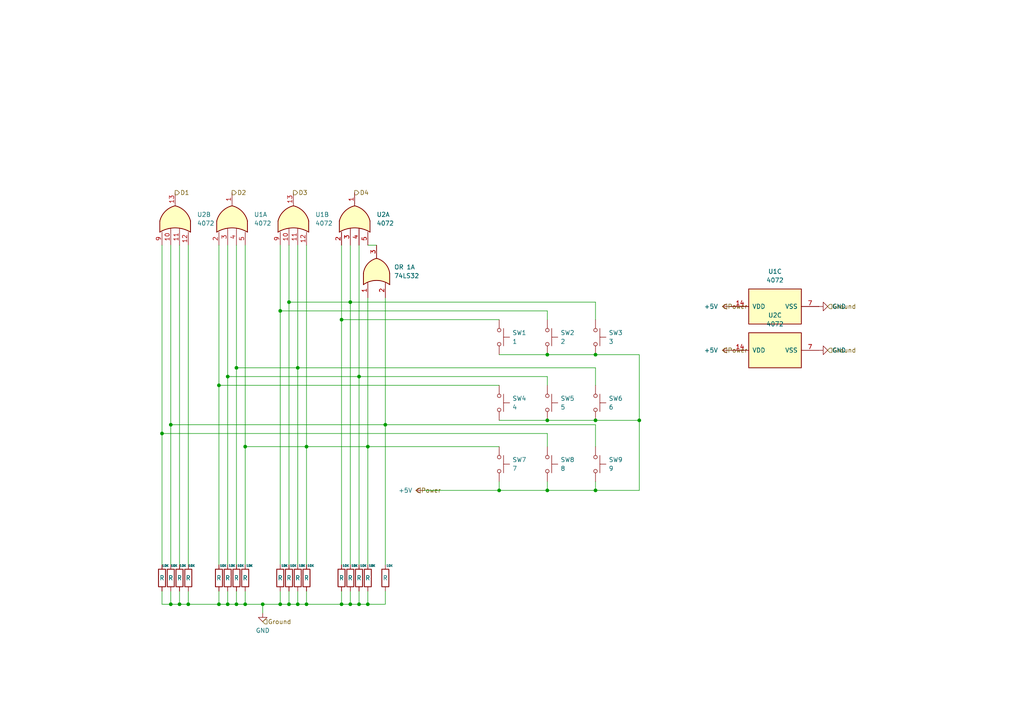
<source format=kicad_sch>
(kicad_sch (version 20250114) (generator "eeschema") (generator_version "9.0")
  (paper "A4")
  (lib_symbols
    (symbol "4xxx:4072" (pin_names (offset 1.016))
      (property "Reference" "U" (at 0 1.27 0))
      (property "Value" "4072" (at 0 -1.27 0))
      (symbol "4072_1_1"
        (arc (start -3.81 4.445) (mid -2.5908 0) (end -3.81 -4.445) (stroke (width 0.254)))
        (polyline (pts (xy -3.81 4.445) (xy -0.635 4.445)) (stroke (width 0.254)) (fill (type background)))
        (polyline (pts (xy -3.81 -4.445) (xy -0.635 -4.445)) (stroke (width 0.254)) (fill (type background)))
        (arc (start -0.6096 4.445) (mid 2.2198 2.8385) (end 3.81 0) (stroke (width 0.254)) (fill (type background)))
        (arc (start 3.81 0) (mid 2.224 -2.8428) (end -0.6096 -4.445) (stroke (width 0.254)) (fill (type background)))
        (polyline (pts (xy -0.635 4.445) (xy -3.81 4.445) (xy -3.81 4.445) (xy -3.6322 4.0894) (xy -3.0988 2.921) (xy -2.7686 1.6764) (xy -2.6162 0.4318) (xy -2.6416 -0.8636) (xy -2.8702 -2.1082) (xy -3.2512 -3.3274) (xy -3.81 -4.445) (xy -3.81 -4.445) (xy -0.635 -4.445)) (stroke (width -25.4)) (fill (type background)))
        (pin input line (at -7.62 3.81 0) (length 3.81) (name "~") (number "2"))
        (pin input line (at -7.62 1.27 0) (length 4.826) (name "~") (number "3"))
        (pin input line (at -7.62 -1.27 0) (length 4.826) (name "~") (number "4"))
        (pin input line (at -7.62 -3.81 0) (length 3.81) (name "~") (number "5"))
        (pin output line (at 7.62 0 180) (length 3.81) (name "~") (number "1"))
      )
      (symbol "4072_1_2"
        (arc (start -0.635 4.445) (mid 3.7907 0) (end -0.635 -4.445) (stroke (width 0.254)) (fill (type background)))
        (polyline (pts (xy -0.635 4.445) (xy -3.81 4.445) (xy -3.81 -4.445) (xy -0.635 -4.445)) (stroke (width 0.254)) (fill (type background)))
        (pin input inverted (at -7.62 3.81 0) (length 3.81) (name "~") (number "2"))
        (pin input inverted (at -7.62 1.27 0) (length 3.81) (name "~") (number "3"))
        (pin input inverted (at -7.62 -1.27 0) (length 3.81) (name "~") (number "4"))
        (pin input inverted (at -7.62 -3.81 0) (length 3.81) (name "~") (number "5"))
        (pin output inverted (at 7.62 0 180) (length 3.81) (name "~") (number "1"))
      )
      (symbol "4072_2_1"
        (arc (start -3.81 4.445) (mid -2.5908 0) (end -3.81 -4.445) (stroke (width 0.254)))
        (polyline (pts (xy -3.81 4.445) (xy -0.635 4.445)) (stroke (width 0.254)) (fill (type background)))
        (polyline (pts (xy -3.81 -4.445) (xy -0.635 -4.445)) (stroke (width 0.254)) (fill (type background)))
        (arc (start -0.6096 4.445) (mid 2.2198 2.8385) (end 3.81 0) (stroke (width 0.254)) (fill (type background)))
        (arc (start 3.81 0) (mid 2.224 -2.8428) (end -0.6096 -4.445) (stroke (width 0.254)) (fill (type background)))
        (polyline (pts (xy -0.635 4.445) (xy -3.81 4.445) (xy -3.81 4.445) (xy -3.6322 4.0894) (xy -3.0988 2.921) (xy -2.7686 1.6764) (xy -2.6162 0.4318) (xy -2.6416 -0.8636) (xy -2.8702 -2.1082) (xy -3.2512 -3.3274) (xy -3.81 -4.445) (xy -3.81 -4.445) (xy -0.635 -4.445)) (stroke (width -25.4)) (fill (type background)))
        (pin input line (at -7.62 3.81 0) (length 3.81) (name "~") (number "9"))
        (pin input line (at -7.62 1.27 0) (length 4.826) (name "~") (number "10"))
        (pin input line (at -7.62 -1.27 0) (length 4.826) (name "~") (number "11"))
        (pin input line (at -7.62 -3.81 0) (length 3.81) (name "~") (number "12"))
        (pin output line (at 7.62 0 180) (length 3.81) (name "~") (number "13"))
      )
      (symbol "4072_2_2"
        (arc (start -0.635 4.445) (mid 3.7907 0) (end -0.635 -4.445) (stroke (width 0.254)) (fill (type background)))
        (polyline (pts (xy -0.635 4.445) (xy -3.81 4.445) (xy -3.81 -4.445) (xy -0.635 -4.445)) (stroke (width 0.254)) (fill (type background)))
        (pin input inverted (at -7.62 3.81 0) (length 3.81) (name "~") (number "9"))
        (pin input inverted (at -7.62 1.27 0) (length 3.81) (name "~") (number "10"))
        (pin input inverted (at -7.62 -1.27 0) (length 3.81) (name "~") (number "11"))
        (pin input inverted (at -7.62 -3.81 0) (length 3.81) (name "~") (number "12"))
        (pin output inverted (at 7.62 0 180) (length 3.81) (name "~") (number "13"))
      )
      (symbol "4072_3_0"
        (pin power_in line (at 0 12.7 270) (length 5.08) (name "VDD") (number "14"))
        (pin power_in line (at 0 -12.7 90) (length 5.08) (name "VSS") (number "7"))
      )
      (symbol "4072_3_1"
        (rectangle (start -5.08 7.62) (end 5.08 -7.62) (stroke (width 0.254)) (fill (type background)))
      )
    )
    (symbol "74xx:74LS32" (pin_names (offset 1.016))
      (property "Reference" "U" (at 0 1.27 0))
      (property "Value" "74LS32" (at 0 -1.27 0))
      (symbol "74LS32_1_1"
        (arc (start -3.81 3.81) (mid -2.589 0) (end -3.81 -3.81) (stroke (width 0.254)))
        (polyline (pts (xy -3.81 3.81) (xy -0.635 3.81)) (stroke (width 0.254)) (fill (type background)))
        (polyline (pts (xy -3.81 -3.81) (xy -0.635 -3.81)) (stroke (width 0.254)) (fill (type background)))
        (arc (start 3.81 0) (mid 2.1855 -2.584) (end -0.6096 -3.81) (stroke (width 0.254)) (fill (type background)))
        (arc (start -0.6096 3.81) (mid 2.1928 2.5924) (end 3.81 0) (stroke (width 0.254)) (fill (type background)))
        (polyline (pts (xy -0.635 3.81) (xy -3.81 3.81) (xy -3.81 3.81) (xy -3.556 3.4036) (xy -3.0226 2.2606) (xy -2.6924 1.0414) (xy -2.6162 -0.254) (xy -2.7686 -1.4986) (xy -3.175 -2.7178) (xy -3.81 -3.81) (xy -3.81 -3.81) (xy -0.635 -3.81)) (stroke (width -25.4)) (fill (type background)))
        (pin input line (at -7.62 2.54 0) (length 4.318) (name "~") (number "1"))
        (pin input line (at -7.62 -2.54 0) (length 4.318) (name "~") (number "2"))
        (pin output line (at 7.62 0 180) (length 3.81) (name "~") (number "3"))
      )
      (symbol "74LS32_1_2"
        (arc (start 0 3.81) (mid 3.7934 0) (end 0 -3.81) (stroke (width 0.254)) (fill (type background)))
        (polyline (pts (xy 0 3.81) (xy -3.81 3.81) (xy -3.81 -3.81) (xy 0 -3.81)) (stroke (width 0.254)) (fill (type background)))
        (pin input inverted (at -7.62 2.54 0) (length 3.81) (name "~") (number "1"))
        (pin input inverted (at -7.62 -2.54 0) (length 3.81) (name "~") (number "2"))
        (pin output inverted (at 7.62 0 180) (length 3.81) (name "~") (number "3"))
      )
      (symbol "74LS32_2_1"
        (arc (start -3.81 3.81) (mid -2.589 0) (end -3.81 -3.81) (stroke (width 0.254)))
        (polyline (pts (xy -3.81 3.81) (xy -0.635 3.81)) (stroke (width 0.254)) (fill (type background)))
        (polyline (pts (xy -3.81 -3.81) (xy -0.635 -3.81)) (stroke (width 0.254)) (fill (type background)))
        (arc (start 3.81 0) (mid 2.1855 -2.584) (end -0.6096 -3.81) (stroke (width 0.254)) (fill (type background)))
        (arc (start -0.6096 3.81) (mid 2.1928 2.5924) (end 3.81 0) (stroke (width 0.254)) (fill (type background)))
        (polyline (pts (xy -0.635 3.81) (xy -3.81 3.81) (xy -3.81 3.81) (xy -3.556 3.4036) (xy -3.0226 2.2606) (xy -2.6924 1.0414) (xy -2.6162 -0.254) (xy -2.7686 -1.4986) (xy -3.175 -2.7178) (xy -3.81 -3.81) (xy -3.81 -3.81) (xy -0.635 -3.81)) (stroke (width -25.4)) (fill (type background)))
        (pin input line (at -7.62 2.54 0) (length 4.318) (name "~") (number "4"))
        (pin input line (at -7.62 -2.54 0) (length 4.318) (name "~") (number "5"))
        (pin output line (at 7.62 0 180) (length 3.81) (name "~") (number "6"))
      )
      (symbol "74LS32_2_2"
        (arc (start 0 3.81) (mid 3.7934 0) (end 0 -3.81) (stroke (width 0.254)) (fill (type background)))
        (polyline (pts (xy 0 3.81) (xy -3.81 3.81) (xy -3.81 -3.81) (xy 0 -3.81)) (stroke (width 0.254)) (fill (type background)))
        (pin input inverted (at -7.62 2.54 0) (length 3.81) (name "~") (number "4"))
        (pin input inverted (at -7.62 -2.54 0) (length 3.81) (name "~") (number "5"))
        (pin output inverted (at 7.62 0 180) (length 3.81) (name "~") (number "6"))
      )
      (symbol "74LS32_3_1"
        (arc (start -3.81 3.81) (mid -2.589 0) (end -3.81 -3.81) (stroke (width 0.254)))
        (polyline (pts (xy -3.81 3.81) (xy -0.635 3.81)) (stroke (width 0.254)) (fill (type background)))
        (polyline (pts (xy -3.81 -3.81) (xy -0.635 -3.81)) (stroke (width 0.254)) (fill (type background)))
        (arc (start 3.81 0) (mid 2.1855 -2.584) (end -0.6096 -3.81) (stroke (width 0.254)) (fill (type background)))
        (arc (start -0.6096 3.81) (mid 2.1928 2.5924) (end 3.81 0) (stroke (width 0.254)) (fill (type background)))
        (polyline (pts (xy -0.635 3.81) (xy -3.81 3.81) (xy -3.81 3.81) (xy -3.556 3.4036) (xy -3.0226 2.2606) (xy -2.6924 1.0414) (xy -2.6162 -0.254) (xy -2.7686 -1.4986) (xy -3.175 -2.7178) (xy -3.81 -3.81) (xy -3.81 -3.81) (xy -0.635 -3.81)) (stroke (width -25.4)) (fill (type background)))
        (pin input line (at -7.62 2.54 0) (length 4.318) (name "~") (number "9"))
        (pin input line (at -7.62 -2.54 0) (length 4.318) (name "~") (number "10"))
        (pin output line (at 7.62 0 180) (length 3.81) (name "~") (number "8"))
      )
      (symbol "74LS32_3_2"
        (arc (start 0 3.81) (mid 3.7934 0) (end 0 -3.81) (stroke (width 0.254)) (fill (type background)))
        (polyline (pts (xy 0 3.81) (xy -3.81 3.81) (xy -3.81 -3.81) (xy 0 -3.81)) (stroke (width 0.254)) (fill (type background)))
        (pin input inverted (at -7.62 2.54 0) (length 3.81) (name "~") (number "9"))
        (pin input inverted (at -7.62 -2.54 0) (length 3.81) (name "~") (number "10"))
        (pin output inverted (at 7.62 0 180) (length 3.81) (name "~") (number "8"))
      )
      (symbol "74LS32_4_1"
        (arc (start -3.81 3.81) (mid -2.589 0) (end -3.81 -3.81) (stroke (width 0.254)))
        (polyline (pts (xy -3.81 3.81) (xy -0.635 3.81)) (stroke (width 0.254)) (fill (type background)))
        (polyline (pts (xy -3.81 -3.81) (xy -0.635 -3.81)) (stroke (width 0.254)) (fill (type background)))
        (arc (start 3.81 0) (mid 2.1855 -2.584) (end -0.6096 -3.81) (stroke (width 0.254)) (fill (type background)))
        (arc (start -0.6096 3.81) (mid 2.1928 2.5924) (end 3.81 0) (stroke (width 0.254)) (fill (type background)))
        (polyline (pts (xy -0.635 3.81) (xy -3.81 3.81) (xy -3.81 3.81) (xy -3.556 3.4036) (xy -3.0226 2.2606) (xy -2.6924 1.0414) (xy -2.6162 -0.254) (xy -2.7686 -1.4986) (xy -3.175 -2.7178) (xy -3.81 -3.81) (xy -3.81 -3.81) (xy -0.635 -3.81)) (stroke (width -25.4)) (fill (type background)))
        (pin input line (at -7.62 2.54 0) (length 4.318) (name "~") (number "12"))
        (pin input line (at -7.62 -2.54 0) (length 4.318) (name "~") (number "13"))
        (pin output line (at 7.62 0 180) (length 3.81) (name "~") (number "11"))
      )
      (symbol "74LS32_4_2"
        (arc (start 0 3.81) (mid 3.7934 0) (end 0 -3.81) (stroke (width 0.254)) (fill (type background)))
        (polyline (pts (xy 0 3.81) (xy -3.81 3.81) (xy -3.81 -3.81) (xy 0 -3.81)) (stroke (width 0.254)) (fill (type background)))
        (pin input inverted (at -7.62 2.54 0) (length 3.81) (name "~") (number "12"))
        (pin input inverted (at -7.62 -2.54 0) (length 3.81) (name "~") (number "13"))
        (pin output inverted (at 7.62 0 180) (length 3.81) (name "~") (number "11"))
      )
      (symbol "74LS32_5_0"
        (pin power_in line (at 0 12.7 270) (length 5.08) (name "VCC") (number "14"))
        (pin power_in line (at 0 -12.7 90) (length 5.08) (name "GND") (number "7"))
      )
      (symbol "74LS32_5_1"
        (rectangle (start -5.08 7.62) (end 5.08 -7.62) (stroke (width 0.254)) (fill (type background)))
      )
    )
    (symbol "Device:R" (pin_numbers (hide yes)) (pin_names (offset 0))
      (property "Reference" "R" (at 2.032 0 90))
      (property "Value" "R" (at 0 0 90))
      (symbol "R_0_1"
        (rectangle (start -1.016 -2.54) (end 1.016 2.54) (stroke (width 0.254)))
      )
      (symbol "R_1_1"
        (pin passive line (at 0 3.81 270) (length 1.27) (name "~") (number "1"))
        (pin passive line (at 0 -3.81 90) (length 1.27) (name "~") (number "2"))
      )
    )
    (symbol "Switch:SW_Push" (pin_numbers (hide yes)) (pin_names (offset 1.016) (hide yes))
      (property "Reference" "SW" (at 1.27 2.54 0))
      (property "Value" "SW_Push" (at 0 -1.524 0))
      (symbol "SW_Push_0_1"
        (circle (center -2.032 0) (radius 0.508))
        (polyline (pts (xy 0 1.27) (xy 0 3.048)))
        (circle (center 2.032 0) (radius 0.508))
        (polyline (pts (xy 2.54 1.27) (xy -2.54 1.27)))
        (pin passive line (at -5.08 0 0) (length 2.54) (name "1") (number "1"))
        (pin passive line (at 5.08 0 180) (length 2.54) (name "2") (number "2"))
      )
    )
    (symbol "power:+5V" (power) (pin_numbers (hide yes)) (pin_names (offset 0) (hide yes))
      (property "Value" "+5V" (at 0 3.556 0))
      (symbol "+5V_0_1"
        (polyline (pts (xy -0.762 1.27) (xy 0 2.54)))
        (polyline (pts (xy 0 2.54) (xy 0.762 1.27)))
        (polyline (pts (xy 0 0) (xy 0 2.54)))
      )
      (symbol "+5V_1_1"
        (pin power_in line (at 0 0 90) (length 0) (name "~") (number "1"))
      )
    )
    (symbol "power:GND" (power) (pin_numbers (hide yes)) (pin_names (offset 0) (hide yes))
      (property "Value" "GND" (at 0 -3.81 0))
      (symbol "GND_0_1"
        (polyline (pts (xy 0 0) (xy 0 -1.27) (xy 1.27 -1.27) (xy 0 -2.54) (xy -1.27 -1.27) (xy 0 -1.27)))
      )
      (symbol "GND_1_1"
        (pin power_in line (at 0 0 270) (length 0) (name "~") (number "1"))
      )
    )
  )
  (junction (at 63.5 111.76))
  (junction (at 83.82 87.63))
  (junction (at 172.72 142.24))
  (junction (at 106.68 175.26))
  (junction (at 86.36 175.26))
  (junction (at 158.75 121.92))
  (junction (at 104.14 109.22))
  (junction (at 66.04 175.26))
  (junction (at 158.75 102.87))
  (junction (at 68.58 175.26))
  (junction (at 81.28 90.17))
  (junction (at 76.2 175.26))
  (junction (at 88.9 175.26))
  (junction (at 86.36 106.68))
  (junction (at 68.58 106.68))
  (junction (at 104.14 175.26))
  (junction (at 101.6 87.63))
  (junction (at 66.04 109.22))
  (junction (at 106.68 129.54))
  (junction (at 63.5 175.26))
  (junction (at 101.6 175.26))
  (junction (at 71.12 175.26))
  (junction (at 54.61 175.26))
  (junction (at 83.82 175.26))
  (junction (at 81.28 175.26))
  (junction (at 172.72 102.87))
  (junction (at 49.53 175.26))
  (junction (at 158.75 142.24))
  (junction (at 144.78 142.24))
  (junction (at 88.9 129.54))
  (junction (at 185.42 121.92))
  (junction (at 49.53 123.19))
  (junction (at 111.76 123.19))
  (junction (at 71.12 129.54))
  (junction (at 46.99 125.73))
  (junction (at 172.72 121.92))
  (junction (at 99.06 175.26))
  (junction (at 52.07 175.26))
  (junction (at 99.06 92.71))
  (wire (pts (xy 101.6 87.63) (xy 101.6 163.83)))
  (wire (pts (xy 88.9 129.54) (xy 106.68 129.54)))
  (wire (pts (xy 46.99 125.73) (xy 46.99 163.83)))
  (wire (pts (xy 106.68 71.12) (xy 109.22 71.12)))
  (wire (pts (xy 63.5 111.76) (xy 63.5 163.83)))
  (wire (pts (xy 81.28 90.17) (xy 158.75 90.17)))
  (wire (pts (xy 54.61 175.26) (xy 63.5 175.26)))
  (wire (pts (xy 86.36 175.26) (xy 88.9 175.26)))
  (wire (pts (xy 68.58 171.45) (xy 68.58 175.26)))
  (wire (pts (xy 144.78 139.7) (xy 144.78 142.24)))
  (wire (pts (xy 172.72 123.19) (xy 111.76 123.19)))
  (wire (pts (xy 99.06 92.71) (xy 144.78 92.71)))
  (wire (pts (xy 101.6 175.26) (xy 104.14 175.26)))
  (wire (pts (xy 172.72 111.76) (xy 172.72 106.68)))
  (wire (pts (xy 71.12 171.45) (xy 71.12 175.26)))
  (wire (pts (xy 172.72 92.71) (xy 172.72 87.63)))
  (wire (pts (xy 111.76 123.19) (xy 111.76 163.83)))
  (wire (pts (xy 83.82 87.63) (xy 83.82 163.83)))
  (wire (pts (xy 66.04 175.26) (xy 68.58 175.26)))
  (wire (pts (xy 88.9 129.54) (xy 88.9 163.83)))
  (wire (pts (xy 71.12 71.12) (xy 71.12 129.54)))
  (wire (pts (xy 158.75 102.87) (xy 172.72 102.87)))
  (wire (pts (xy 63.5 175.26) (xy 66.04 175.26)))
  (wire (pts (xy 158.75 125.73) (xy 46.99 125.73)))
  (wire (pts (xy 52.07 175.26) (xy 54.61 175.26)))
  (wire (pts (xy 99.06 71.12) (xy 99.06 92.71)))
  (wire (pts (xy 86.36 171.45) (xy 86.36 175.26)))
  (wire (pts (xy 68.58 106.68) (xy 86.36 106.68)))
  (wire (pts (xy 144.78 142.24) (xy 123.19 142.24)))
  (wire (pts (xy 63.5 111.76) (xy 144.78 111.76)))
  (wire (pts (xy 86.36 71.12) (xy 86.36 106.68)))
  (wire (pts (xy 185.42 142.24) (xy 172.72 142.24)))
  (wire (pts (xy 68.58 175.26) (xy 71.12 175.26)))
  (wire (pts (xy 106.68 86.36) (xy 106.68 129.54)))
  (wire (pts (xy 172.72 102.87) (xy 185.42 102.87)))
  (wire (pts (xy 88.9 175.26) (xy 99.06 175.26)))
  (wire (pts (xy 68.58 71.12) (xy 68.58 106.68)))
  (wire (pts (xy 106.68 129.54) (xy 106.68 163.83)))
  (wire (pts (xy 63.5 171.45) (xy 63.5 175.26)))
  (wire (pts (xy 104.14 71.12) (xy 104.14 109.22)))
  (wire (pts (xy 101.6 171.45) (xy 101.6 175.26)))
  (wire (pts (xy 172.72 142.24) (xy 158.75 142.24)))
  (wire (pts (xy 104.14 109.22) (xy 158.75 109.22)))
  (wire (pts (xy 106.68 175.26) (xy 106.68 171.45)))
  (wire (pts (xy 83.82 175.26) (xy 86.36 175.26)))
  (wire (pts (xy 172.72 121.92) (xy 185.42 121.92)))
  (wire (pts (xy 104.14 175.26) (xy 106.68 175.26)))
  (wire (pts (xy 88.9 171.45) (xy 88.9 175.26)))
  (wire (pts (xy 158.75 92.71) (xy 158.75 90.17)))
  (wire (pts (xy 81.28 171.45) (xy 81.28 175.26)))
  (wire (pts (xy 81.28 175.26) (xy 83.82 175.26)))
  (wire (pts (xy 99.06 92.71) (xy 99.06 163.83)))
  (wire (pts (xy 99.06 171.45) (xy 99.06 175.26)))
  (wire (pts (xy 144.78 121.92) (xy 158.75 121.92)))
  (wire (pts (xy 49.53 123.19) (xy 111.76 123.19)))
  (wire (pts (xy 76.2 175.26) (xy 76.2 177.8)))
  (wire (pts (xy 185.42 102.87) (xy 185.42 121.92)))
  (wire (pts (xy 111.76 175.26) (xy 106.68 175.26)))
  (wire (pts (xy 172.72 139.7) (xy 172.72 142.24)))
  (wire (pts (xy 83.82 87.63) (xy 101.6 87.63)))
  (wire (pts (xy 88.9 71.12) (xy 88.9 129.54)))
  (wire (pts (xy 68.58 106.68) (xy 68.58 163.83)))
  (wire (pts (xy 66.04 109.22) (xy 66.04 163.83)))
  (wire (pts (xy 71.12 175.26) (xy 76.2 175.26)))
  (wire (pts (xy 49.53 171.45) (xy 49.53 175.26)))
  (wire (pts (xy 66.04 171.45) (xy 66.04 175.26)))
  (wire (pts (xy 71.12 129.54) (xy 88.9 129.54)))
  (wire (pts (xy 111.76 171.45) (xy 111.76 175.26)))
  (wire (pts (xy 86.36 106.68) (xy 172.72 106.68)))
  (wire (pts (xy 158.75 129.54) (xy 158.75 125.73)))
  (wire (pts (xy 104.14 171.45) (xy 104.14 175.26)))
  (wire (pts (xy 158.75 142.24) (xy 144.78 142.24)))
  (wire (pts (xy 52.07 71.12) (xy 52.07 163.83)))
  (wire (pts (xy 185.42 121.92) (xy 185.42 142.24)))
  (wire (pts (xy 111.76 86.36) (xy 111.76 123.19)))
  (wire (pts (xy 158.75 139.7) (xy 158.75 142.24)))
  (wire (pts (xy 81.28 71.12) (xy 81.28 90.17)))
  (wire (pts (xy 76.2 175.26) (xy 81.28 175.26)))
  (wire (pts (xy 81.28 90.17) (xy 81.28 163.83)))
  (wire (pts (xy 106.68 129.54) (xy 144.78 129.54)))
  (wire (pts (xy 172.72 129.54) (xy 172.72 123.19)))
  (wire (pts (xy 63.5 71.12) (xy 63.5 111.76)))
  (wire (pts (xy 54.61 71.12) (xy 54.61 163.83)))
  (wire (pts (xy 101.6 71.12) (xy 101.6 87.63)))
  (wire (pts (xy 71.12 129.54) (xy 71.12 163.83)))
  (wire (pts (xy 46.99 175.26) (xy 49.53 175.26)))
  (wire (pts (xy 66.04 71.12) (xy 66.04 109.22)))
  (wire (pts (xy 46.99 71.12) (xy 46.99 125.73)))
  (wire (pts (xy 86.36 106.68) (xy 86.36 163.83)))
  (wire (pts (xy 83.82 71.12) (xy 83.82 87.63)))
  (wire (pts (xy 101.6 87.63) (xy 172.72 87.63)))
  (wire (pts (xy 104.14 109.22) (xy 104.14 163.83)))
  (wire (pts (xy 52.07 171.45) (xy 52.07 175.26)))
  (wire (pts (xy 99.06 175.26) (xy 101.6 175.26)))
  (wire (pts (xy 158.75 111.76) (xy 158.75 109.22)))
  (wire (pts (xy 144.78 102.87) (xy 158.75 102.87)))
  (wire (pts (xy 46.99 171.45) (xy 46.99 175.26)))
  (wire (pts (xy 49.53 71.12) (xy 49.53 123.19)))
  (wire (pts (xy 83.82 171.45) (xy 83.82 175.26)))
  (wire (pts (xy 54.61 171.45) (xy 54.61 175.26)))
  (wire (pts (xy 158.75 121.92) (xy 172.72 121.92)))
  (wire (pts (xy 49.53 123.19) (xy 49.53 163.83)))
  (wire (pts (xy 49.53 175.26) (xy 52.07 175.26)))
  (wire (pts (xy 66.04 109.22) (xy 104.14 109.22)))
  (hierarchical_label "D1" (shape output) (at 50.8 55.88 0))
  (hierarchical_label "Ground" (shape input) (at 240.03 88.9 0))
  (hierarchical_label "Power" (shape input) (at 209.55 88.9 0))
  (hierarchical_label "Power" (shape input) (at 209.55 101.6 0))
  (hierarchical_label "D3" (shape output) (at 85.09 55.88 0))
  (hierarchical_label "Power" (shape input) (at 120.65 142.24 0))
  (hierarchical_label "D2" (shape output) (at 67.31 55.88 0))
  (hierarchical_label "D4" (shape output) (at 102.87 55.88 0))
  (hierarchical_label "Ground" (shape input) (at 76.2 180.34 0))
  (hierarchical_label "Ground" (shape input) (at 240.03 101.6 0))
  (symbol (lib_id "Switch:SW_Push") (at 172.72 97.79 270) (unit 1)
    (property "Reference" "SW3" (at 176.53 96.5199 90) (effects (justify left)))
    (property "Value" "3" (at 176.53 99.0599 90) (effects (justify left)))
    (property "Description" "Push button switch, generic, two pins" (effects (hide yes)))
  )
  (symbol (lib_id "4xxx:4072") (at 50.8 63.5 90) (unit 2)
    (property "Reference" "U2" (at 57.15 62.2299 90) (effects (justify right)))
    (property "Value" "4072" (at 57.15 64.7699 90) (effects (justify right)))
    (property "Datasheet" "http://www.intersil.com/content/dam/Intersil/documents/cd40/cd4071bms-72bms-75bms.pdf" (effects (hide yes)))
    (property "Description" "Dual 4 input OR gate" (effects (hide yes)))
  )
  (symbol (lib_id "Device:R") (at 99.06 167.64 0) (unit 1)
    (property "Reference" "10K" (at 99.314 164.084 0) (effects (font (size 0.635 0.635)) (justify left)))
    (property "Value" "R" (at 98.298 167.64 0) (effects (justify left)))
    (property "Description" "Resistor" (effects (hide yes)))
  )
  (symbol (lib_id "4xxx:4072") (at 224.79 88.9 90) (unit 3)
    (property "Reference" "U1" (at 224.79 78.74 90))
    (property "Value" "4072" (at 224.79 81.28 90))
    (property "Datasheet" "http://www.intersil.com/content/dam/Intersil/documents/cd40/cd4071bms-72bms-75bms.pdf" (effects (hide yes)))
    (property "Description" "Dual 4 input OR gate" (effects (hide yes)))
  )
  (symbol (lib_id "Switch:SW_Push") (at 158.75 97.79 270) (unit 1)
    (property "Reference" "SW2" (at 162.56 96.5199 90) (effects (justify left)))
    (property "Value" "2" (at 162.56 99.0599 90) (effects (justify left)))
    (property "Description" "Push button switch, generic, two pins" (effects (hide yes)))
  )
  (symbol (lib_id "Device:R") (at 63.5 167.64 0) (unit 1)
    (property "Reference" "10K" (at 63.754 164.084 0) (effects (font (size 0.635 0.635)) (justify left)))
    (property "Value" "R" (at 62.738 167.64 0) (effects (justify left)))
    (property "Description" "Resistor" (effects (hide yes)))
  )
  (symbol (lib_id "Switch:SW_Push") (at 172.72 116.84 270) (mirror x) (unit 1)
    (property "Reference" "SW6" (at 176.53 115.5699 90) (effects (justify left)))
    (property "Value" "6" (at 176.53 118.1099 90) (effects (justify left)))
    (property "Description" "Push button switch, generic, two pins" (effects (hide yes)))
  )
  (symbol (lib_id "4xxx:4072") (at 67.31 63.5 90) (unit 1)
    (property "Reference" "U1" (at 73.66 62.2299 90) (effects (justify right)))
    (property "Value" "4072" (at 73.66 64.7699 90) (effects (justify right)))
    (property "Datasheet" "http://www.intersil.com/content/dam/Intersil/documents/cd40/cd4071bms-72bms-75bms.pdf" (effects (hide yes)))
    (property "Description" "Dual 4 input OR gate" (effects (hide yes)))
  )
  (symbol (lib_id "Switch:SW_Push") (at 144.78 97.79 270) (unit 1)
    (property "Reference" "SW1" (at 148.59 96.5199 90) (effects (justify left)))
    (property "Value" "1" (at 148.59 99.0599 90) (effects (justify left)))
    (property "Description" "Push button switch, generic, two pins" (effects (hide yes)))
  )
  (symbol (lib_id "Device:R") (at 52.07 167.64 0) (unit 1)
    (property "Reference" "10K" (at 52.07 164.084 0) (effects (font (size 0.635 0.635)) (justify left)))
    (property "Value" "R" (at 51.308 167.64 0) (effects (justify left)))
    (property "Description" "Resistor" (effects (hide yes)))
  )
  (symbol (lib_id "power:+5V") (at 212.09 101.6 90) (unit 1)
    (property "Reference" "#PWR04" (effects (hide yes)))
    (property "Value" "+5V" (at 208.28 101.5999 90) (effects (justify left)))
    (property "Description" "Power symbol creates a global label with name \"+5V\"" (effects (hide yes)))
  )
  (symbol (lib_id "Switch:SW_Push") (at 144.78 116.84 270) (unit 1)
    (property "Reference" "SW4" (at 148.59 115.5699 90) (effects (justify left)))
    (property "Value" "4" (at 148.59 118.1099 90) (effects (justify left)))
    (property "Description" "Push button switch, generic, two pins" (effects (hide yes)))
  )
  (symbol (lib_id "power:+5V") (at 212.09 88.9 90) (unit 1)
    (property "Reference" "#PWR03" (effects (hide yes)))
    (property "Value" "+5V" (at 208.28 88.8999 90) (effects (justify left)))
    (property "Description" "Power symbol creates a global label with name \"+5V\"" (effects (hide yes)))
  )
  (symbol (lib_id "Device:R") (at 49.53 167.64 0) (unit 1)
    (property "Reference" "10K" (at 49.53 164.084 0) (effects (font (size 0.635 0.635)) (justify left)))
    (property "Value" "R" (at 48.768 167.64 0) (effects (justify left)))
    (property "Description" "Resistor" (effects (hide yes)))
  )
  (symbol (lib_id "Device:R") (at 101.6 167.64 0) (unit 1)
    (property "Reference" "10K" (at 101.854 164.084 0) (effects (font (size 0.635 0.635)) (justify left)))
    (property "Value" "R" (at 100.838 167.64 0) (effects (justify left)))
    (property "Description" "Resistor" (effects (hide yes)))
  )
  (symbol (lib_id "power:+5V") (at 123.19 142.24 90) (unit 1)
    (property "Reference" "#PWR01" (effects (hide yes)))
    (property "Value" "+5V" (at 119.634 142.24 90) (effects (justify left)))
    (property "Description" "Power symbol creates a global label with name \"+5V\"" (effects (hide yes)))
  )
  (symbol (lib_id "Switch:SW_Push") (at 158.75 116.84 270) (unit 1)
    (property "Reference" "SW5" (at 162.56 115.5699 90) (effects (justify left)))
    (property "Value" "5" (at 162.56 118.1099 90) (effects (justify left)))
    (property "Description" "Push button switch, generic, two pins" (effects (hide yes)))
  )
  (symbol (lib_id "Device:R") (at 66.04 167.64 0) (unit 1)
    (property "Reference" "10K" (at 66.294 164.084 0) (effects (font (size 0.635 0.635)) (justify left)))
    (property "Value" "R" (at 65.278 167.64 0) (effects (justify left)))
    (property "Description" "Resistor" (effects (hide yes)))
  )
  (symbol (lib_id "4xxx:4072") (at 85.09 63.5 90) (unit 2)
    (property "Reference" "U1" (at 91.44 62.2299 90) (effects (justify right)))
    (property "Value" "4072" (at 91.44 64.7699 90) (effects (justify right)))
    (property "Datasheet" "http://www.intersil.com/content/dam/Intersil/documents/cd40/cd4071bms-72bms-75bms.pdf" (effects (hide yes)))
    (property "Description" "Dual 4 input OR gate" (effects (hide yes)))
  )
  (symbol (lib_id "power:GND") (at 76.2 177.8 0) (unit 1)
    (property "Reference" "#PWR02" (effects (hide yes)))
    (property "Value" "GND" (at 76.2 182.88 0))
    (property "Description" "Power symbol creates a global label with name \"GND\" , ground" (effects (hide yes)))
  )
  (symbol (lib_id "Device:R") (at 106.68 167.64 0) (unit 1)
    (property "Reference" "10K" (at 106.934 164.084 0) (effects (font (size 0.635 0.635)) (justify left)))
    (property "Value" "R" (at 105.918 167.64 0) (effects (justify left)))
    (property "Description" "Resistor" (effects (hide yes)))
  )
  (symbol (lib_id "Device:R") (at 88.9 167.64 0) (unit 1)
    (property "Reference" "10K" (at 89.154 164.084 0) (effects (font (size 0.635 0.635)) (justify left)))
    (property "Value" "R" (at 88.138 167.64 0) (effects (justify left)))
    (property "Description" "Resistor" (effects (hide yes)))
  )
  (symbol (lib_id "Switch:SW_Push") (at 158.75 134.62 270) (mirror x) (unit 1)
    (property "Reference" "SW8" (at 162.56 133.3499 90) (effects (justify left)))
    (property "Value" "8" (at 162.56 135.8899 90) (effects (justify left)))
    (property "Description" "Push button switch, generic, two pins" (effects (hide yes)))
  )
  (symbol (lib_id "Switch:SW_Push") (at 144.78 134.62 270) (mirror x) (unit 1)
    (property "Reference" "SW7" (at 148.59 133.3499 90) (effects (justify left)))
    (property "Value" "7" (at 148.59 135.8899 90) (effects (justify left)))
    (property "Description" "Push button switch, generic, two pins" (effects (hide yes)))
  )
  (symbol (lib_id "4xxx:4072") (at 224.79 101.6 90) (unit 3)
    (property "Reference" "U2" (at 224.79 91.44 90))
    (property "Value" "4072" (at 224.79 93.98 90))
    (property "Datasheet" "http://www.intersil.com/content/dam/Intersil/documents/cd40/cd4071bms-72bms-75bms.pdf" (effects (hide yes)))
    (property "Description" "Dual 4 input OR gate" (effects (hide yes)))
  )
  (symbol (lib_id "Device:R") (at 86.36 167.64 0) (unit 1)
    (property "Reference" "10K" (at 86.614 164.084 0) (effects (font (size 0.635 0.635)) (justify left)))
    (property "Value" "R" (at 85.598 167.64 0) (effects (justify left)))
    (property "Description" "Resistor" (effects (hide yes)))
  )
  (symbol (lib_id "74xx:74LS32") (at 109.22 78.74 90) (unit 1)
    (property "Reference" "OR 1" (at 114.3 77.4699 90) (effects (justify right)))
    (property "Value" "74LS32" (at 114.3 80.0099 90) (effects (justify right)))
    (property "Datasheet" "http://www.ti.com/lit/gpn/sn74LS32" (effects (hide yes)))
    (property "Description" "Quad 2-input OR" (effects (hide yes)))
  )
  (symbol (lib_id "Device:R") (at 54.61 167.64 0) (unit 1)
    (property "Reference" "10K" (at 54.61 164.084 0) (effects (font (size 0.635 0.635)) (justify left)))
    (property "Value" "R" (at 53.848 167.64 0) (effects (justify left)))
    (property "Description" "Resistor" (effects (hide yes)))
  )
  (symbol (lib_id "4xxx:4072") (at 102.87 63.5 90) (unit 1)
    (property "Reference" "U2" (at 109.22 62.2299 90) (effects (justify right)))
    (property "Value" "4072" (at 109.22 64.7699 90) (effects (justify right)))
    (property "Datasheet" "http://www.intersil.com/content/dam/Intersil/documents/cd40/cd4071bms-72bms-75bms.pdf" (effects (hide yes)))
    (property "Description" "Dual 4 input OR gate" (effects (hide yes)))
  )
  (symbol (lib_id "Device:R") (at 46.99 167.64 0) (unit 1)
    (property "Reference" "10K" (at 46.99 164.084 0) (effects (font (size 0.635 0.635)) (justify left)))
    (property "Value" "R" (at 46.228 167.64 0) (effects (justify left)))
    (property "Description" "Resistor" (effects (hide yes)))
  )
  (symbol (lib_id "Device:R") (at 83.82 167.64 0) (unit 1)
    (property "Reference" "10K" (at 84.074 164.084 0) (effects (font (size 0.635 0.635)) (justify left)))
    (property "Value" "R" (at 83.058 167.64 0) (effects (justify left)))
    (property "Description" "Resistor" (effects (hide yes)))
  )
  (symbol (lib_id "Switch:SW_Push") (at 172.72 134.62 270) (mirror x) (unit 1)
    (property "Reference" "SW9" (at 176.53 133.3499 90) (effects (justify left)))
    (property "Value" "9" (at 176.53 135.8899 90) (effects (justify left)))
    (property "Description" "Push button switch, generic, two pins" (effects (hide yes)))
  )
  (symbol (lib_id "Device:R") (at 81.28 167.64 0) (unit 1)
    (property "Reference" "10K" (at 81.534 164.084 0) (effects (font (size 0.635 0.635)) (justify left)))
    (property "Value" "R" (at 80.518 167.64 0) (effects (justify left)))
    (property "Description" "Resistor" (effects (hide yes)))
  )
  (symbol (lib_id "Device:R") (at 71.12 167.64 0) (unit 1)
    (property "Reference" "10K" (at 71.374 164.084 0) (effects (font (size 0.635 0.635)) (justify left)))
    (property "Value" "R" (at 70.358 167.64 0) (effects (justify left)))
    (property "Description" "Resistor" (effects (hide yes)))
  )
  (symbol (lib_id "power:GND") (at 237.49 101.6 90) (mirror x) (unit 1)
    (property "Reference" "#PWR06" (effects (hide yes)))
    (property "Value" "GND" (at 241.3 101.5999 90) (effects (justify right)))
    (property "Description" "Power symbol creates a global label with name \"GND\" , ground" (effects (hide yes)))
  )
  (symbol (lib_id "Device:R") (at 104.14 167.64 0) (unit 1)
    (property "Reference" "10K" (at 104.394 164.084 0) (effects (font (size 0.635 0.635)) (justify left)))
    (property "Value" "R" (at 103.378 167.64 0) (effects (justify left)))
    (property "Description" "Resistor" (effects (hide yes)))
  )
  (symbol (lib_id "Device:R") (at 111.76 167.64 0) (unit 1)
    (property "Reference" "10K" (at 112.014 164.084 0) (effects (font (size 0.635 0.635)) (justify left)))
    (property "Value" "R" (at 110.998 167.64 0) (effects (justify left)))
    (property "Description" "Resistor" (effects (hide yes)))
  )
  (symbol (lib_id "power:GND") (at 237.49 88.9 90) (mirror x) (unit 1)
    (property "Reference" "#PWR05" (effects (hide yes)))
    (property "Value" "GND" (at 241.3 88.8999 90) (effects (justify right)))
    (property "Description" "Power symbol creates a global label with name \"GND\" , ground" (effects (hide yes)))
  )
  (symbol (lib_id "Device:R") (at 68.58 167.64 0) (unit 1)
    (property "Reference" "10K" (at 68.834 164.084 0) (effects (font (size 0.635 0.635)) (justify left)))
    (property "Value" "R" (at 67.818 167.64 0) (effects (justify left)))
    (property "Description" "Resistor" (effects (hide yes)))
  )
)
</source>
